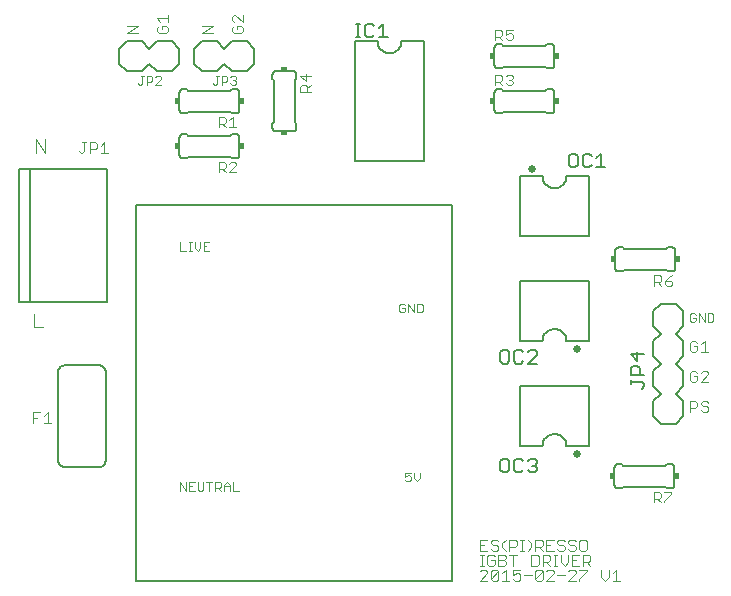
<source format=gto>
G75*
%MOIN*%
%OFA0B0*%
%FSLAX24Y24*%
%IPPOS*%
%LPD*%
%AMOC8*
5,1,8,0,0,1.08239X$1,22.5*
%
%ADD10C,0.0040*%
%ADD11C,0.0258*%
%ADD12C,0.0030*%
%ADD13C,0.0050*%
%ADD14C,0.0060*%
%ADD15R,0.0150X0.0200*%
%ADD16C,0.0080*%
%ADD17R,0.0200X0.0150*%
D10*
X000720Y005870D02*
X000720Y006230D01*
X000960Y006230D01*
X001088Y006110D02*
X001208Y006230D01*
X001208Y005870D01*
X001088Y005870D02*
X001329Y005870D01*
X000840Y006050D02*
X000720Y006050D01*
X000745Y009058D02*
X001052Y009058D01*
X000745Y009058D02*
X000745Y009518D01*
X006902Y014220D02*
X006902Y014570D01*
X007077Y014570D01*
X007135Y014512D01*
X007135Y014395D01*
X007077Y014337D01*
X006902Y014337D01*
X007019Y014337D02*
X007135Y014220D01*
X007261Y014220D02*
X007494Y014454D01*
X007494Y014512D01*
X007436Y014570D01*
X007319Y014570D01*
X007261Y014512D01*
X007261Y014220D02*
X007494Y014220D01*
X007494Y015720D02*
X007261Y015720D01*
X007378Y015720D02*
X007378Y016070D01*
X007261Y015954D01*
X007135Y016012D02*
X007135Y015895D01*
X007077Y015837D01*
X006902Y015837D01*
X007019Y015837D02*
X007135Y015720D01*
X006902Y015720D02*
X006902Y016070D01*
X007077Y016070D01*
X007135Y016012D01*
X009630Y016902D02*
X009630Y017077D01*
X009688Y017135D01*
X009805Y017135D01*
X009863Y017077D01*
X009863Y016902D01*
X009863Y017019D02*
X009980Y017135D01*
X009805Y017261D02*
X009805Y017494D01*
X009980Y017436D02*
X009630Y017436D01*
X009805Y017261D01*
X009980Y016902D02*
X009630Y016902D01*
X016120Y017130D02*
X016120Y017480D01*
X016295Y017480D01*
X016354Y017422D01*
X016354Y017305D01*
X016295Y017247D01*
X016120Y017247D01*
X016237Y017247D02*
X016354Y017130D01*
X016479Y017188D02*
X016537Y017130D01*
X016654Y017130D01*
X016713Y017188D01*
X016713Y017247D01*
X016654Y017305D01*
X016596Y017305D01*
X016654Y017305D02*
X016713Y017364D01*
X016713Y017422D01*
X016654Y017480D01*
X016537Y017480D01*
X016479Y017422D01*
X016537Y018630D02*
X016479Y018688D01*
X016537Y018630D02*
X016654Y018630D01*
X016713Y018688D01*
X016713Y018805D01*
X016654Y018864D01*
X016596Y018864D01*
X016479Y018805D01*
X016479Y018980D01*
X016713Y018980D01*
X016354Y018922D02*
X016354Y018805D01*
X016295Y018747D01*
X016120Y018747D01*
X016237Y018747D02*
X016354Y018630D01*
X016120Y018630D02*
X016120Y018980D01*
X016295Y018980D01*
X016354Y018922D01*
X021433Y010789D02*
X021608Y010789D01*
X021667Y010730D01*
X021667Y010614D01*
X021608Y010555D01*
X021433Y010555D01*
X021433Y010439D02*
X021433Y010789D01*
X021550Y010555D02*
X021667Y010439D01*
X021792Y010497D02*
X021792Y010614D01*
X021968Y010614D01*
X022026Y010555D01*
X022026Y010497D01*
X021968Y010439D01*
X021851Y010439D01*
X021792Y010497D01*
X021792Y010614D02*
X021909Y010730D01*
X022026Y010789D01*
X021994Y003570D02*
X021761Y003570D01*
X021635Y003512D02*
X021635Y003395D01*
X021577Y003337D01*
X021402Y003337D01*
X021519Y003337D02*
X021635Y003220D01*
X021761Y003220D02*
X021761Y003278D01*
X021994Y003512D01*
X021994Y003570D01*
X021635Y003512D02*
X021577Y003570D01*
X021402Y003570D01*
X021402Y003220D01*
X001114Y014870D02*
X001114Y015330D01*
X000808Y015330D02*
X001114Y014870D01*
X000808Y014870D02*
X000808Y015330D01*
D11*
X017350Y014350D03*
X018850Y008350D03*
X018850Y004850D03*
D12*
X018747Y001985D02*
X018623Y001985D01*
X018562Y001924D01*
X018562Y001862D01*
X018623Y001800D01*
X018747Y001800D01*
X018808Y001738D01*
X018808Y001677D01*
X018747Y001615D01*
X018623Y001615D01*
X018562Y001677D01*
X018440Y001677D02*
X018378Y001615D01*
X018255Y001615D01*
X018193Y001677D01*
X018072Y001615D02*
X017825Y001615D01*
X017825Y001985D01*
X018072Y001985D01*
X018193Y001924D02*
X018193Y001862D01*
X018255Y001800D01*
X018378Y001800D01*
X018440Y001738D01*
X018440Y001677D01*
X018563Y001485D02*
X018563Y001238D01*
X018439Y001115D01*
X018316Y001238D01*
X018316Y001485D01*
X018194Y001485D02*
X018070Y001485D01*
X018132Y001485D02*
X018132Y001115D01*
X018070Y001115D02*
X018194Y001115D01*
X018010Y000985D02*
X017887Y000985D01*
X017825Y000924D01*
X017703Y000924D02*
X017457Y000677D01*
X017518Y000615D01*
X017642Y000615D01*
X017703Y000677D01*
X017703Y000924D01*
X017642Y000985D01*
X017518Y000985D01*
X017457Y000924D01*
X017457Y000677D01*
X017335Y000800D02*
X017088Y000800D01*
X016967Y000800D02*
X016967Y000677D01*
X016905Y000615D01*
X016782Y000615D01*
X016720Y000677D01*
X016720Y000800D02*
X016843Y000862D01*
X016905Y000862D01*
X016967Y000800D01*
X016967Y000985D02*
X016720Y000985D01*
X016720Y000800D01*
X016599Y000615D02*
X016352Y000615D01*
X016475Y000615D02*
X016475Y000985D01*
X016352Y000862D01*
X016230Y000924D02*
X015983Y000677D01*
X016045Y000615D01*
X016168Y000615D01*
X016230Y000677D01*
X016230Y000924D01*
X016168Y000985D01*
X016045Y000985D01*
X015983Y000924D01*
X015983Y000677D01*
X015862Y000615D02*
X015615Y000615D01*
X015862Y000862D01*
X015862Y000924D01*
X015800Y000985D01*
X015677Y000985D01*
X015615Y000924D01*
X015615Y001115D02*
X015738Y001115D01*
X015677Y001115D02*
X015677Y001485D01*
X015738Y001485D02*
X015615Y001485D01*
X015615Y001615D02*
X015862Y001615D01*
X015983Y001677D02*
X016045Y001615D01*
X016168Y001615D01*
X016230Y001677D01*
X016230Y001738D01*
X016168Y001800D01*
X016045Y001800D01*
X015983Y001862D01*
X015983Y001924D01*
X016045Y001985D01*
X016168Y001985D01*
X016230Y001924D01*
X016352Y001862D02*
X016475Y001985D01*
X016597Y001985D02*
X016782Y001985D01*
X016844Y001924D01*
X016844Y001800D01*
X016782Y001738D01*
X016597Y001738D01*
X016597Y001615D02*
X016597Y001985D01*
X016352Y001862D02*
X016352Y001738D01*
X016475Y001615D01*
X016414Y001485D02*
X016476Y001424D01*
X016476Y001362D01*
X016414Y001300D01*
X016229Y001300D01*
X016107Y001300D02*
X016107Y001177D01*
X016046Y001115D01*
X015922Y001115D01*
X015861Y001177D01*
X015861Y001424D01*
X015922Y001485D01*
X016046Y001485D01*
X016107Y001424D01*
X016107Y001300D02*
X015984Y001300D01*
X016229Y001115D02*
X016414Y001115D01*
X016476Y001177D01*
X016476Y001238D01*
X016414Y001300D01*
X016414Y001485D02*
X016229Y001485D01*
X016229Y001115D01*
X016721Y001115D02*
X016721Y001485D01*
X016844Y001485D02*
X016597Y001485D01*
X016965Y001615D02*
X017089Y001615D01*
X017027Y001615D02*
X017027Y001985D01*
X016965Y001985D02*
X017089Y001985D01*
X017211Y001985D02*
X017334Y001862D01*
X017334Y001738D01*
X017211Y001615D01*
X017334Y001485D02*
X017519Y001485D01*
X017581Y001424D01*
X017581Y001177D01*
X017519Y001115D01*
X017334Y001115D01*
X017334Y001485D01*
X017457Y001615D02*
X017457Y001985D01*
X017642Y001985D01*
X017703Y001924D01*
X017703Y001800D01*
X017642Y001738D01*
X017457Y001738D01*
X017580Y001738D02*
X017703Y001615D01*
X017702Y001485D02*
X017887Y001485D01*
X017949Y001424D01*
X017949Y001300D01*
X017887Y001238D01*
X017702Y001238D01*
X017702Y001115D02*
X017702Y001485D01*
X017826Y001238D02*
X017949Y001115D01*
X018010Y000985D02*
X018072Y000924D01*
X018072Y000862D01*
X017825Y000615D01*
X018072Y000615D01*
X018193Y000800D02*
X018440Y000800D01*
X018562Y000924D02*
X018623Y000985D01*
X018747Y000985D01*
X018808Y000924D01*
X018808Y000862D01*
X018562Y000615D01*
X018808Y000615D01*
X018930Y000615D02*
X018930Y000677D01*
X019177Y000924D01*
X019177Y000985D01*
X018930Y000985D01*
X018931Y001115D02*
X018684Y001115D01*
X018684Y001485D01*
X018931Y001485D01*
X019053Y001485D02*
X019238Y001485D01*
X019299Y001424D01*
X019299Y001300D01*
X019238Y001238D01*
X019053Y001238D01*
X019053Y001115D02*
X019053Y001485D01*
X018992Y001615D02*
X019115Y001615D01*
X019177Y001677D01*
X019177Y001924D01*
X019115Y001985D01*
X018992Y001985D01*
X018930Y001924D01*
X018930Y001677D01*
X018992Y001615D01*
X018808Y001924D02*
X018747Y001985D01*
X018440Y001924D02*
X018378Y001985D01*
X018255Y001985D01*
X018193Y001924D01*
X017948Y001800D02*
X017825Y001800D01*
X018684Y001300D02*
X018808Y001300D01*
X019176Y001238D02*
X019299Y001115D01*
X019666Y000985D02*
X019666Y000738D01*
X019790Y000615D01*
X019913Y000738D01*
X019913Y000985D01*
X020035Y000862D02*
X020158Y000985D01*
X020158Y000615D01*
X020035Y000615D02*
X020282Y000615D01*
X015862Y001985D02*
X015615Y001985D01*
X015615Y001615D01*
X015615Y001800D02*
X015738Y001800D01*
X013603Y004024D02*
X013506Y003928D01*
X013410Y004024D01*
X013410Y004218D01*
X013308Y004218D02*
X013115Y004218D01*
X013115Y004073D01*
X013212Y004121D01*
X013260Y004121D01*
X013308Y004073D01*
X013308Y003976D01*
X013260Y003928D01*
X013163Y003928D01*
X013115Y003976D01*
X013603Y004024D02*
X013603Y004218D01*
X007576Y003615D02*
X007383Y003615D01*
X007383Y003905D01*
X007282Y003808D02*
X007282Y003615D01*
X007282Y003760D02*
X007088Y003760D01*
X007088Y003808D02*
X007088Y003615D01*
X006987Y003615D02*
X006890Y003712D01*
X006939Y003712D02*
X006794Y003712D01*
X006794Y003615D02*
X006794Y003905D01*
X006939Y003905D01*
X006987Y003857D01*
X006987Y003760D01*
X006939Y003712D01*
X007088Y003808D02*
X007185Y003905D01*
X007282Y003808D01*
X006692Y003905D02*
X006499Y003905D01*
X006596Y003905D02*
X006596Y003615D01*
X006398Y003663D02*
X006398Y003905D01*
X006204Y003905D02*
X006204Y003663D01*
X006253Y003615D01*
X006349Y003615D01*
X006398Y003663D01*
X006103Y003615D02*
X005910Y003615D01*
X005910Y003905D01*
X006103Y003905D01*
X006006Y003760D02*
X005910Y003760D01*
X005808Y003615D02*
X005808Y003905D01*
X005615Y003905D02*
X005615Y003615D01*
X005808Y003615D02*
X005615Y003905D01*
X012928Y009601D02*
X012976Y009553D01*
X013073Y009553D01*
X013121Y009601D01*
X013121Y009698D01*
X013024Y009698D01*
X012928Y009794D02*
X012928Y009601D01*
X012928Y009794D02*
X012976Y009843D01*
X013073Y009843D01*
X013121Y009794D01*
X013222Y009843D02*
X013416Y009553D01*
X013416Y009843D01*
X013517Y009843D02*
X013662Y009843D01*
X013710Y009794D01*
X013710Y009601D01*
X013662Y009553D01*
X013517Y009553D01*
X013517Y009843D01*
X013222Y009843D02*
X013222Y009553D01*
X006594Y011615D02*
X006401Y011615D01*
X006401Y011905D01*
X006594Y011905D01*
X006497Y011760D02*
X006401Y011760D01*
X006300Y011712D02*
X006300Y011905D01*
X006300Y011712D02*
X006203Y011615D01*
X006106Y011712D01*
X006106Y011905D01*
X006006Y011905D02*
X005910Y011905D01*
X005958Y011905D02*
X005958Y011615D01*
X005910Y011615D02*
X006006Y011615D01*
X005808Y011615D02*
X005615Y011615D01*
X005615Y011905D01*
X003224Y014865D02*
X002977Y014865D01*
X003100Y014865D02*
X003100Y015235D01*
X002977Y015112D01*
X002855Y015174D02*
X002855Y015050D01*
X002793Y014988D01*
X002608Y014988D01*
X002608Y014865D02*
X002608Y015235D01*
X002793Y015235D01*
X002855Y015174D01*
X002487Y015235D02*
X002363Y015235D01*
X002425Y015235D02*
X002425Y014927D01*
X002363Y014865D01*
X002302Y014865D01*
X002240Y014927D01*
X004258Y017148D02*
X004307Y017148D01*
X004355Y017196D01*
X004355Y017438D01*
X004307Y017438D02*
X004403Y017438D01*
X004505Y017438D02*
X004650Y017438D01*
X004698Y017389D01*
X004698Y017293D01*
X004650Y017244D01*
X004505Y017244D01*
X004505Y017148D02*
X004505Y017438D01*
X004258Y017148D02*
X004210Y017196D01*
X004799Y017148D02*
X004993Y017341D01*
X004993Y017389D01*
X004944Y017438D01*
X004848Y017438D01*
X004799Y017389D01*
X004799Y017148D02*
X004993Y017148D01*
X006710Y017196D02*
X006758Y017148D01*
X006807Y017148D01*
X006855Y017196D01*
X006855Y017438D01*
X006807Y017438D02*
X006903Y017438D01*
X007005Y017438D02*
X007005Y017148D01*
X007005Y017244D02*
X007150Y017244D01*
X007198Y017293D01*
X007198Y017389D01*
X007150Y017438D01*
X007005Y017438D01*
X007299Y017389D02*
X007348Y017438D01*
X007444Y017438D01*
X007493Y017389D01*
X007493Y017341D01*
X007444Y017293D01*
X007493Y017244D01*
X007493Y017196D01*
X007444Y017148D01*
X007348Y017148D01*
X007299Y017196D01*
X007396Y017293D02*
X007444Y017293D01*
X007401Y018865D02*
X007648Y018865D01*
X007710Y018927D01*
X007710Y019050D01*
X007648Y019112D01*
X007525Y019112D01*
X007525Y018988D01*
X007401Y018865D02*
X007340Y018927D01*
X007340Y019050D01*
X007401Y019112D01*
X007401Y019233D02*
X007340Y019295D01*
X007340Y019418D01*
X007401Y019480D01*
X007463Y019480D01*
X007710Y019233D01*
X007710Y019480D01*
X006710Y019112D02*
X006340Y019112D01*
X006340Y018865D02*
X006710Y019112D01*
X006710Y018865D02*
X006340Y018865D01*
X005210Y018927D02*
X005148Y018865D01*
X004901Y018865D01*
X004840Y018927D01*
X004840Y019050D01*
X004901Y019112D01*
X005025Y019112D02*
X005025Y018988D01*
X005025Y019112D02*
X005148Y019112D01*
X005210Y019050D01*
X005210Y018927D01*
X005210Y019233D02*
X005210Y019480D01*
X005210Y019357D02*
X004840Y019357D01*
X004963Y019233D01*
X004210Y019112D02*
X003840Y019112D01*
X003840Y018865D02*
X004210Y019112D01*
X004210Y018865D02*
X003840Y018865D01*
X022615Y009482D02*
X022615Y009288D01*
X022663Y009240D01*
X022760Y009240D01*
X022808Y009288D01*
X022808Y009385D01*
X022712Y009385D01*
X022808Y009482D02*
X022760Y009530D01*
X022663Y009530D01*
X022615Y009482D01*
X022910Y009530D02*
X023103Y009240D01*
X023103Y009530D01*
X023204Y009530D02*
X023204Y009240D01*
X023349Y009240D01*
X023398Y009288D01*
X023398Y009482D01*
X023349Y009530D01*
X023204Y009530D01*
X022910Y009530D02*
X022910Y009240D01*
X022800Y008610D02*
X022677Y008610D01*
X022615Y008549D01*
X022615Y008302D01*
X022677Y008240D01*
X022800Y008240D01*
X022862Y008302D01*
X022862Y008425D01*
X022738Y008425D01*
X022862Y008549D02*
X022800Y008610D01*
X022983Y008487D02*
X023107Y008610D01*
X023107Y008240D01*
X023230Y008240D02*
X022983Y008240D01*
X023045Y007610D02*
X022983Y007549D01*
X023045Y007610D02*
X023168Y007610D01*
X023230Y007549D01*
X023230Y007487D01*
X022983Y007240D01*
X023230Y007240D01*
X022862Y007302D02*
X022862Y007425D01*
X022738Y007425D01*
X022615Y007302D02*
X022677Y007240D01*
X022800Y007240D01*
X022862Y007302D01*
X022862Y007549D02*
X022800Y007610D01*
X022677Y007610D01*
X022615Y007549D01*
X022615Y007302D01*
X022615Y006610D02*
X022800Y006610D01*
X022862Y006549D01*
X022862Y006425D01*
X022800Y006363D01*
X022615Y006363D01*
X022615Y006240D02*
X022615Y006610D01*
X022983Y006549D02*
X022983Y006487D01*
X023045Y006425D01*
X023168Y006425D01*
X023230Y006363D01*
X023230Y006302D01*
X023168Y006240D01*
X023045Y006240D01*
X022983Y006302D01*
X022983Y006549D02*
X023045Y006610D01*
X023168Y006610D01*
X023230Y006549D01*
D13*
X014687Y000600D02*
X004135Y000600D01*
X004135Y013120D01*
X014687Y013120D01*
X014687Y000600D01*
X016369Y004225D02*
X016519Y004225D01*
X016594Y004300D01*
X016594Y004600D01*
X016519Y004675D01*
X016369Y004675D01*
X016294Y004600D01*
X016294Y004300D01*
X016369Y004225D01*
X016754Y004300D02*
X016754Y004600D01*
X016829Y004675D01*
X016979Y004675D01*
X017054Y004600D01*
X017215Y004600D02*
X017290Y004675D01*
X017440Y004675D01*
X017515Y004600D01*
X017515Y004525D01*
X017440Y004450D01*
X017515Y004375D01*
X017515Y004300D01*
X017440Y004225D01*
X017290Y004225D01*
X017215Y004300D01*
X017054Y004300D02*
X016979Y004225D01*
X016829Y004225D01*
X016754Y004300D01*
X017365Y004450D02*
X017440Y004450D01*
X020638Y007168D02*
X020638Y007318D01*
X020638Y007243D02*
X021013Y007243D01*
X021088Y007168D01*
X021088Y007093D01*
X021013Y007018D01*
X020938Y007478D02*
X020938Y007703D01*
X020863Y007779D01*
X020713Y007779D01*
X020638Y007703D01*
X020638Y007478D01*
X021088Y007478D01*
X020863Y007939D02*
X020863Y008239D01*
X020638Y008164D02*
X020863Y007939D01*
X021088Y008164D02*
X020638Y008164D01*
X017515Y008150D02*
X017515Y008225D01*
X017440Y008300D01*
X017290Y008300D01*
X017215Y008225D01*
X017054Y008225D02*
X016979Y008300D01*
X016829Y008300D01*
X016754Y008225D01*
X016754Y007925D01*
X016829Y007850D01*
X016979Y007850D01*
X017054Y007925D01*
X017215Y007850D02*
X017515Y008150D01*
X017515Y007850D02*
X017215Y007850D01*
X016594Y007925D02*
X016594Y008225D01*
X016519Y008300D01*
X016369Y008300D01*
X016294Y008225D01*
X016294Y007925D01*
X016369Y007850D01*
X016519Y007850D01*
X016594Y007925D01*
X018650Y014400D02*
X018575Y014475D01*
X018575Y014775D01*
X018650Y014850D01*
X018800Y014850D01*
X018875Y014775D01*
X018875Y014475D01*
X018800Y014400D01*
X018650Y014400D01*
X019035Y014475D02*
X019110Y014400D01*
X019261Y014400D01*
X019336Y014475D01*
X019496Y014400D02*
X019796Y014400D01*
X019646Y014400D02*
X019646Y014850D01*
X019496Y014700D01*
X019336Y014775D02*
X019261Y014850D01*
X019110Y014850D01*
X019035Y014775D01*
X019035Y014475D01*
X012543Y018725D02*
X012242Y018725D01*
X012392Y018725D02*
X012392Y019175D01*
X012242Y019025D01*
X012082Y019100D02*
X012007Y019175D01*
X011857Y019175D01*
X011782Y019100D01*
X011782Y018800D01*
X011857Y018725D01*
X012007Y018725D01*
X012082Y018800D01*
X011625Y018725D02*
X011475Y018725D01*
X011550Y018725D02*
X011550Y019175D01*
X011475Y019175D02*
X011625Y019175D01*
D14*
X011450Y018600D02*
X012200Y018600D01*
X012202Y018561D01*
X012208Y018522D01*
X012217Y018484D01*
X012230Y018447D01*
X012247Y018411D01*
X012267Y018378D01*
X012291Y018346D01*
X012317Y018317D01*
X012346Y018291D01*
X012378Y018267D01*
X012411Y018247D01*
X012447Y018230D01*
X012484Y018217D01*
X012522Y018208D01*
X012561Y018202D01*
X012600Y018200D01*
X012639Y018202D01*
X012678Y018208D01*
X012716Y018217D01*
X012753Y018230D01*
X012789Y018247D01*
X012822Y018267D01*
X012854Y018291D01*
X012883Y018317D01*
X012909Y018346D01*
X012933Y018378D01*
X012953Y018411D01*
X012970Y018447D01*
X012983Y018484D01*
X012992Y018522D01*
X012998Y018561D01*
X013000Y018600D01*
X013750Y018600D01*
X013750Y014600D01*
X011450Y014600D01*
X011450Y018600D01*
X009500Y017500D02*
X009500Y017350D01*
X009450Y017300D01*
X009450Y015900D01*
X009500Y015850D01*
X009500Y015700D01*
X009498Y015683D01*
X009494Y015666D01*
X009487Y015650D01*
X009477Y015636D01*
X009464Y015623D01*
X009450Y015613D01*
X009434Y015606D01*
X009417Y015602D01*
X009400Y015600D01*
X008800Y015600D01*
X008783Y015602D01*
X008766Y015606D01*
X008750Y015613D01*
X008736Y015623D01*
X008723Y015636D01*
X008713Y015650D01*
X008706Y015666D01*
X008702Y015683D01*
X008700Y015700D01*
X008700Y015850D01*
X008750Y015900D01*
X008750Y017300D01*
X008700Y017350D01*
X008700Y017500D01*
X008702Y017517D01*
X008706Y017534D01*
X008713Y017550D01*
X008723Y017564D01*
X008736Y017577D01*
X008750Y017587D01*
X008766Y017594D01*
X008783Y017598D01*
X008800Y017600D01*
X009400Y017600D01*
X009417Y017598D01*
X009434Y017594D01*
X009450Y017587D01*
X009464Y017577D01*
X009477Y017564D01*
X009487Y017550D01*
X009494Y017534D01*
X009498Y017517D01*
X009500Y017500D01*
X007600Y016900D02*
X007600Y016300D01*
X007598Y016283D01*
X007594Y016266D01*
X007587Y016250D01*
X007577Y016236D01*
X007564Y016223D01*
X007550Y016213D01*
X007534Y016206D01*
X007517Y016202D01*
X007500Y016200D01*
X007350Y016200D01*
X007300Y016250D01*
X005900Y016250D01*
X005850Y016200D01*
X005700Y016200D01*
X005683Y016202D01*
X005666Y016206D01*
X005650Y016213D01*
X005636Y016223D01*
X005623Y016236D01*
X005613Y016250D01*
X005606Y016266D01*
X005602Y016283D01*
X005600Y016300D01*
X005600Y016900D01*
X005602Y016917D01*
X005606Y016934D01*
X005613Y016950D01*
X005623Y016964D01*
X005636Y016977D01*
X005650Y016987D01*
X005666Y016994D01*
X005683Y016998D01*
X005700Y017000D01*
X005850Y017000D01*
X005900Y016950D01*
X007300Y016950D01*
X007350Y017000D01*
X007500Y017000D01*
X007517Y016998D01*
X007534Y016994D01*
X007550Y016987D01*
X007564Y016977D01*
X007577Y016964D01*
X007587Y016950D01*
X007594Y016934D01*
X007598Y016917D01*
X007600Y016900D01*
X007500Y015500D02*
X007350Y015500D01*
X007300Y015450D01*
X005900Y015450D01*
X005850Y015500D01*
X005700Y015500D01*
X005683Y015498D01*
X005666Y015494D01*
X005650Y015487D01*
X005636Y015477D01*
X005623Y015464D01*
X005613Y015450D01*
X005606Y015434D01*
X005602Y015417D01*
X005600Y015400D01*
X005600Y014800D01*
X005602Y014783D01*
X005606Y014766D01*
X005613Y014750D01*
X005623Y014736D01*
X005636Y014723D01*
X005650Y014713D01*
X005666Y014706D01*
X005683Y014702D01*
X005700Y014700D01*
X005850Y014700D01*
X005900Y014750D01*
X007300Y014750D01*
X007350Y014700D01*
X007500Y014700D01*
X007517Y014702D01*
X007534Y014706D01*
X007550Y014713D01*
X007564Y014723D01*
X007577Y014736D01*
X007587Y014750D01*
X007594Y014766D01*
X007598Y014783D01*
X007600Y014800D01*
X007600Y015400D01*
X007598Y015417D01*
X007594Y015434D01*
X007587Y015450D01*
X007577Y015464D01*
X007564Y015477D01*
X007550Y015487D01*
X007534Y015494D01*
X007517Y015498D01*
X007500Y015500D01*
X016100Y016300D02*
X016100Y016900D01*
X016102Y016917D01*
X016106Y016934D01*
X016113Y016950D01*
X016123Y016964D01*
X016136Y016977D01*
X016150Y016987D01*
X016166Y016994D01*
X016183Y016998D01*
X016200Y017000D01*
X016350Y017000D01*
X016400Y016950D01*
X017800Y016950D01*
X017850Y017000D01*
X018000Y017000D01*
X018017Y016998D01*
X018034Y016994D01*
X018050Y016987D01*
X018064Y016977D01*
X018077Y016964D01*
X018087Y016950D01*
X018094Y016934D01*
X018098Y016917D01*
X018100Y016900D01*
X018100Y016300D01*
X018098Y016283D01*
X018094Y016266D01*
X018087Y016250D01*
X018077Y016236D01*
X018064Y016223D01*
X018050Y016213D01*
X018034Y016206D01*
X018017Y016202D01*
X018000Y016200D01*
X017850Y016200D01*
X017800Y016250D01*
X016400Y016250D01*
X016350Y016200D01*
X016200Y016200D01*
X016183Y016202D01*
X016166Y016206D01*
X016150Y016213D01*
X016136Y016223D01*
X016123Y016236D01*
X016113Y016250D01*
X016106Y016266D01*
X016102Y016283D01*
X016100Y016300D01*
X016200Y017700D02*
X016350Y017700D01*
X016400Y017750D01*
X017800Y017750D01*
X017850Y017700D01*
X018000Y017700D01*
X018017Y017702D01*
X018034Y017706D01*
X018050Y017713D01*
X018064Y017723D01*
X018077Y017736D01*
X018087Y017750D01*
X018094Y017766D01*
X018098Y017783D01*
X018100Y017800D01*
X018100Y018400D01*
X018098Y018417D01*
X018094Y018434D01*
X018087Y018450D01*
X018077Y018464D01*
X018064Y018477D01*
X018050Y018487D01*
X018034Y018494D01*
X018017Y018498D01*
X018000Y018500D01*
X017850Y018500D01*
X017800Y018450D01*
X016400Y018450D01*
X016350Y018500D01*
X016200Y018500D01*
X016183Y018498D01*
X016166Y018494D01*
X016150Y018487D01*
X016136Y018477D01*
X016123Y018464D01*
X016113Y018450D01*
X016106Y018434D01*
X016102Y018417D01*
X016100Y018400D01*
X016100Y017800D01*
X016102Y017783D01*
X016106Y017766D01*
X016113Y017750D01*
X016123Y017736D01*
X016136Y017723D01*
X016150Y017713D01*
X016166Y017706D01*
X016183Y017702D01*
X016200Y017700D01*
X016950Y014100D02*
X017700Y014100D01*
X017702Y014061D01*
X017708Y014022D01*
X017717Y013984D01*
X017730Y013947D01*
X017747Y013911D01*
X017767Y013878D01*
X017791Y013846D01*
X017817Y013817D01*
X017846Y013791D01*
X017878Y013767D01*
X017911Y013747D01*
X017947Y013730D01*
X017984Y013717D01*
X018022Y013708D01*
X018061Y013702D01*
X018100Y013700D01*
X018139Y013702D01*
X018178Y013708D01*
X018216Y013717D01*
X018253Y013730D01*
X018289Y013747D01*
X018322Y013767D01*
X018354Y013791D01*
X018383Y013817D01*
X018409Y013846D01*
X018433Y013878D01*
X018453Y013911D01*
X018470Y013947D01*
X018483Y013984D01*
X018492Y014022D01*
X018498Y014061D01*
X018500Y014100D01*
X019250Y014100D01*
X019250Y012100D01*
X016950Y012100D01*
X016950Y014100D01*
X020131Y011619D02*
X020131Y011019D01*
X020133Y011002D01*
X020137Y010985D01*
X020144Y010969D01*
X020154Y010955D01*
X020167Y010942D01*
X020181Y010932D01*
X020197Y010925D01*
X020214Y010921D01*
X020231Y010919D01*
X020381Y010919D01*
X020431Y010969D01*
X021831Y010969D01*
X021881Y010919D01*
X022031Y010919D01*
X022048Y010921D01*
X022065Y010925D01*
X022081Y010932D01*
X022095Y010942D01*
X022108Y010955D01*
X022118Y010969D01*
X022125Y010985D01*
X022129Y011002D01*
X022131Y011019D01*
X022131Y011619D01*
X022129Y011636D01*
X022125Y011653D01*
X022118Y011669D01*
X022108Y011683D01*
X022095Y011696D01*
X022081Y011706D01*
X022065Y011713D01*
X022048Y011717D01*
X022031Y011719D01*
X021881Y011719D01*
X021831Y011669D01*
X020431Y011669D01*
X020381Y011719D01*
X020231Y011719D01*
X020214Y011717D01*
X020197Y011713D01*
X020181Y011706D01*
X020167Y011696D01*
X020154Y011683D01*
X020144Y011669D01*
X020137Y011653D01*
X020133Y011636D01*
X020131Y011619D01*
X019250Y010600D02*
X016950Y010600D01*
X016950Y008600D01*
X017700Y008600D01*
X017702Y008639D01*
X017708Y008678D01*
X017717Y008716D01*
X017730Y008753D01*
X017747Y008789D01*
X017767Y008822D01*
X017791Y008854D01*
X017817Y008883D01*
X017846Y008909D01*
X017878Y008933D01*
X017911Y008953D01*
X017947Y008970D01*
X017984Y008983D01*
X018022Y008992D01*
X018061Y008998D01*
X018100Y009000D01*
X018139Y008998D01*
X018178Y008992D01*
X018216Y008983D01*
X018253Y008970D01*
X018289Y008953D01*
X018322Y008933D01*
X018354Y008909D01*
X018383Y008883D01*
X018409Y008854D01*
X018433Y008822D01*
X018453Y008789D01*
X018470Y008753D01*
X018483Y008716D01*
X018492Y008678D01*
X018498Y008639D01*
X018500Y008600D01*
X019250Y008600D01*
X019250Y010600D01*
X019250Y007100D02*
X016950Y007100D01*
X016950Y005100D01*
X017700Y005100D01*
X017702Y005139D01*
X017708Y005178D01*
X017717Y005216D01*
X017730Y005253D01*
X017747Y005289D01*
X017767Y005322D01*
X017791Y005354D01*
X017817Y005383D01*
X017846Y005409D01*
X017878Y005433D01*
X017911Y005453D01*
X017947Y005470D01*
X017984Y005483D01*
X018022Y005492D01*
X018061Y005498D01*
X018100Y005500D01*
X018139Y005498D01*
X018178Y005492D01*
X018216Y005483D01*
X018253Y005470D01*
X018289Y005453D01*
X018322Y005433D01*
X018354Y005409D01*
X018383Y005383D01*
X018409Y005354D01*
X018433Y005322D01*
X018453Y005289D01*
X018470Y005253D01*
X018483Y005216D01*
X018492Y005178D01*
X018498Y005139D01*
X018500Y005100D01*
X019250Y005100D01*
X019250Y007100D01*
X020200Y004500D02*
X020350Y004500D01*
X020400Y004450D01*
X021800Y004450D01*
X021850Y004500D01*
X022000Y004500D01*
X022017Y004498D01*
X022034Y004494D01*
X022050Y004487D01*
X022064Y004477D01*
X022077Y004464D01*
X022087Y004450D01*
X022094Y004434D01*
X022098Y004417D01*
X022100Y004400D01*
X022100Y003800D01*
X022098Y003783D01*
X022094Y003766D01*
X022087Y003750D01*
X022077Y003736D01*
X022064Y003723D01*
X022050Y003713D01*
X022034Y003706D01*
X022017Y003702D01*
X022000Y003700D01*
X021850Y003700D01*
X021800Y003750D01*
X020400Y003750D01*
X020350Y003700D01*
X020200Y003700D01*
X020183Y003702D01*
X020166Y003706D01*
X020150Y003713D01*
X020136Y003723D01*
X020123Y003736D01*
X020113Y003750D01*
X020106Y003766D01*
X020102Y003783D01*
X020100Y003800D01*
X020100Y004400D01*
X020102Y004417D01*
X020106Y004434D01*
X020113Y004450D01*
X020123Y004464D01*
X020136Y004477D01*
X020150Y004487D01*
X020166Y004494D01*
X020183Y004498D01*
X020200Y004500D01*
X003150Y004650D02*
X003150Y007550D01*
X003148Y007580D01*
X003143Y007610D01*
X003134Y007639D01*
X003121Y007666D01*
X003106Y007692D01*
X003087Y007716D01*
X003066Y007737D01*
X003042Y007756D01*
X003016Y007771D01*
X002989Y007784D01*
X002960Y007793D01*
X002930Y007798D01*
X002900Y007800D01*
X001800Y007800D01*
X001770Y007798D01*
X001740Y007793D01*
X001711Y007784D01*
X001684Y007771D01*
X001658Y007756D01*
X001634Y007737D01*
X001613Y007716D01*
X001594Y007692D01*
X001579Y007666D01*
X001566Y007639D01*
X001557Y007610D01*
X001552Y007580D01*
X001550Y007550D01*
X001550Y004650D01*
X001552Y004620D01*
X001557Y004590D01*
X001566Y004561D01*
X001579Y004534D01*
X001594Y004508D01*
X001613Y004484D01*
X001634Y004463D01*
X001658Y004444D01*
X001684Y004429D01*
X001711Y004416D01*
X001740Y004407D01*
X001770Y004402D01*
X001800Y004400D01*
X002900Y004400D01*
X002930Y004402D01*
X002960Y004407D01*
X002989Y004416D01*
X003016Y004429D01*
X003042Y004444D01*
X003066Y004463D01*
X003087Y004484D01*
X003106Y004508D01*
X003121Y004534D01*
X003134Y004561D01*
X003143Y004590D01*
X003148Y004620D01*
X003150Y004650D01*
D15*
X005525Y015100D03*
X005525Y016600D03*
X007675Y016600D03*
X007675Y015100D03*
X016025Y016600D03*
X016025Y018100D03*
X018175Y018100D03*
X018175Y016600D03*
X020056Y011319D03*
X022206Y011319D03*
X022175Y004100D03*
X020025Y004100D03*
D16*
X021643Y005844D02*
X022143Y005844D01*
X022393Y006094D01*
X022393Y006594D01*
X022143Y006844D01*
X022393Y007094D01*
X022393Y007594D01*
X022143Y007844D01*
X022393Y008094D01*
X022393Y008594D01*
X022143Y008844D01*
X022393Y009094D01*
X022393Y009594D01*
X022143Y009844D01*
X021643Y009844D01*
X021393Y009594D01*
X021393Y009094D01*
X021643Y008844D01*
X021393Y008594D01*
X021393Y008094D01*
X021643Y007844D01*
X021393Y007594D01*
X021393Y007094D01*
X021643Y006844D01*
X021393Y006594D01*
X021393Y006094D01*
X021643Y005844D01*
X008100Y017850D02*
X007850Y017600D01*
X007350Y017600D01*
X007100Y017850D01*
X006850Y017600D01*
X006350Y017600D01*
X006100Y017850D01*
X006100Y018350D01*
X006350Y018600D01*
X006850Y018600D01*
X007100Y018350D01*
X007350Y018600D01*
X007850Y018600D01*
X008100Y018350D01*
X008100Y017850D01*
X005600Y017850D02*
X005600Y018350D01*
X005350Y018600D01*
X004850Y018600D01*
X004600Y018350D01*
X004350Y018600D01*
X003850Y018600D01*
X003600Y018350D01*
X003600Y017850D01*
X003850Y017600D01*
X004350Y017600D01*
X004600Y017850D01*
X004850Y017600D01*
X005350Y017600D01*
X005600Y017850D01*
X003191Y014320D02*
X000632Y014320D01*
X000632Y009911D01*
X000238Y009911D01*
X000238Y014320D01*
X000632Y014320D01*
X003191Y014320D02*
X003191Y009911D01*
X000632Y009911D01*
D17*
X009100Y015525D03*
X009100Y017675D03*
M02*

</source>
